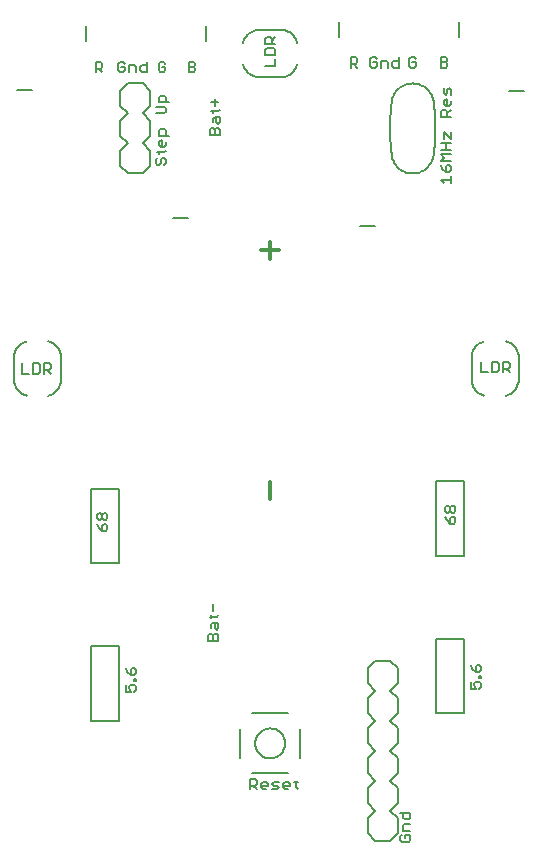
<source format=gto>
G75*
%MOIN*%
%OFA0B0*%
%FSLAX24Y24*%
%IPPOS*%
%LPD*%
%AMOC8*
5,1,8,0,0,1.08239X$1,22.5*
%
%ADD10C,0.0060*%
%ADD11C,0.0080*%
%ADD12C,0.0120*%
D10*
X004670Y008520D02*
X004840Y008520D01*
X004783Y008633D01*
X004783Y008690D01*
X004840Y008747D01*
X004953Y008747D01*
X005010Y008690D01*
X005010Y008577D01*
X004953Y008520D01*
X004670Y008520D02*
X004670Y008747D01*
X004953Y008888D02*
X004953Y008945D01*
X005010Y008945D01*
X005010Y008888D01*
X004953Y008888D01*
X004953Y009072D02*
X005010Y009129D01*
X005010Y009243D01*
X004953Y009299D01*
X004897Y009299D01*
X004840Y009243D01*
X004840Y009072D01*
X004953Y009072D01*
X004840Y009072D02*
X004726Y009186D01*
X004670Y009299D01*
X007420Y010220D02*
X007420Y010390D01*
X007476Y010447D01*
X007533Y010447D01*
X007590Y010390D01*
X007590Y010220D01*
X007760Y010220D02*
X007760Y010390D01*
X007703Y010447D01*
X007647Y010447D01*
X007590Y010390D01*
X007703Y010588D02*
X007647Y010645D01*
X007647Y010815D01*
X007590Y010815D02*
X007760Y010815D01*
X007760Y010645D01*
X007703Y010588D01*
X007533Y010645D02*
X007533Y010758D01*
X007590Y010815D01*
X007533Y010957D02*
X007533Y011070D01*
X007476Y011013D02*
X007703Y011013D01*
X007760Y011070D01*
X007590Y011202D02*
X007590Y011429D01*
X007760Y010220D02*
X007420Y010220D01*
X008820Y005610D02*
X008990Y005610D01*
X009047Y005554D01*
X009047Y005440D01*
X008990Y005383D01*
X008820Y005383D01*
X008820Y005270D02*
X008820Y005610D01*
X008933Y005383D02*
X009047Y005270D01*
X009188Y005327D02*
X009188Y005440D01*
X009245Y005497D01*
X009358Y005497D01*
X009415Y005440D01*
X009415Y005383D01*
X009188Y005383D01*
X009188Y005327D02*
X009245Y005270D01*
X009358Y005270D01*
X009557Y005270D02*
X009727Y005270D01*
X009783Y005327D01*
X009727Y005383D01*
X009613Y005383D01*
X009557Y005440D01*
X009613Y005497D01*
X009783Y005497D01*
X009925Y005440D02*
X009982Y005497D01*
X010095Y005497D01*
X010152Y005440D01*
X010152Y005383D01*
X009925Y005383D01*
X009925Y005327D02*
X009925Y005440D01*
X009925Y005327D02*
X009982Y005270D01*
X010095Y005270D01*
X010293Y005497D02*
X010407Y005497D01*
X010350Y005554D02*
X010350Y005327D01*
X010407Y005270D01*
X013820Y004483D02*
X014160Y004483D01*
X014160Y004313D01*
X014103Y004257D01*
X013990Y004257D01*
X013933Y004313D01*
X013933Y004483D01*
X013990Y004115D02*
X014160Y004115D01*
X013990Y004115D02*
X013933Y004058D01*
X013933Y003888D01*
X014160Y003888D01*
X014103Y003747D02*
X013990Y003747D01*
X013990Y003633D01*
X014103Y003520D02*
X013876Y003520D01*
X013820Y003577D01*
X013820Y003690D01*
X013876Y003747D01*
X014103Y003747D02*
X014160Y003690D01*
X014160Y003577D01*
X014103Y003520D01*
X016170Y008620D02*
X016340Y008620D01*
X016283Y008733D01*
X016283Y008790D01*
X016340Y008847D01*
X016453Y008847D01*
X016510Y008790D01*
X016510Y008677D01*
X016453Y008620D01*
X016170Y008620D02*
X016170Y008847D01*
X016453Y008988D02*
X016453Y009045D01*
X016510Y009045D01*
X016510Y008988D01*
X016453Y008988D01*
X016453Y009172D02*
X016510Y009229D01*
X016510Y009343D01*
X016453Y009399D01*
X016397Y009399D01*
X016340Y009343D01*
X016340Y009172D01*
X016453Y009172D01*
X016340Y009172D02*
X016226Y009286D01*
X016170Y009399D01*
X015603Y014120D02*
X015660Y014177D01*
X015660Y014290D01*
X015603Y014347D01*
X015547Y014347D01*
X015490Y014290D01*
X015490Y014120D01*
X015603Y014120D01*
X015490Y014120D02*
X015376Y014233D01*
X015320Y014347D01*
X015376Y014488D02*
X015433Y014488D01*
X015490Y014545D01*
X015490Y014658D01*
X015547Y014715D01*
X015603Y014715D01*
X015660Y014658D01*
X015660Y014545D01*
X015603Y014488D01*
X015547Y014488D01*
X015490Y014545D01*
X015490Y014658D02*
X015433Y014715D01*
X015376Y014715D01*
X015320Y014658D01*
X015320Y014545D01*
X015376Y014488D01*
X016515Y019170D02*
X016742Y019170D01*
X016883Y019170D02*
X016883Y019510D01*
X017054Y019510D01*
X017110Y019454D01*
X017110Y019227D01*
X017054Y019170D01*
X016883Y019170D01*
X017252Y019170D02*
X017252Y019510D01*
X017422Y019510D01*
X017479Y019454D01*
X017479Y019340D01*
X017422Y019283D01*
X017252Y019283D01*
X017365Y019283D02*
X017479Y019170D01*
X016515Y019170D02*
X016515Y019510D01*
X015510Y025470D02*
X015510Y025697D01*
X015510Y025583D02*
X015170Y025583D01*
X015283Y025470D01*
X015340Y025838D02*
X015340Y026008D01*
X015397Y026065D01*
X015453Y026065D01*
X015510Y026008D01*
X015510Y025895D01*
X015453Y025838D01*
X015340Y025838D01*
X015226Y025952D01*
X015170Y026065D01*
X015170Y026207D02*
X015283Y026320D01*
X015170Y026433D01*
X015510Y026433D01*
X015510Y026575D02*
X015170Y026575D01*
X015340Y026575D02*
X015340Y026802D01*
X015283Y026943D02*
X015283Y027170D01*
X015510Y026943D01*
X015510Y027170D01*
X015510Y026802D02*
X015170Y026802D01*
X015170Y026207D02*
X015510Y026207D01*
X015510Y027680D02*
X015170Y027680D01*
X015170Y027850D01*
X015226Y027907D01*
X015340Y027907D01*
X015397Y027850D01*
X015397Y027680D01*
X015397Y027793D02*
X015510Y027907D01*
X015453Y028048D02*
X015510Y028105D01*
X015510Y028218D01*
X015397Y028275D02*
X015397Y028048D01*
X015453Y028048D02*
X015340Y028048D01*
X015283Y028105D01*
X015283Y028218D01*
X015340Y028275D01*
X015397Y028275D01*
X015340Y028417D02*
X015283Y028473D01*
X015283Y028643D01*
X015397Y028587D02*
X015397Y028473D01*
X015340Y028417D01*
X015510Y028417D02*
X015510Y028587D01*
X015453Y028643D01*
X015397Y028587D01*
X015340Y029320D02*
X015170Y029320D01*
X015170Y029660D01*
X015340Y029660D01*
X015397Y029604D01*
X015397Y029547D01*
X015340Y029490D01*
X015170Y029490D01*
X015340Y029490D02*
X015397Y029433D01*
X015397Y029377D01*
X015340Y029320D01*
X014347Y029377D02*
X014347Y029490D01*
X014233Y029490D01*
X014120Y029377D02*
X014120Y029604D01*
X014177Y029660D01*
X014290Y029660D01*
X014347Y029604D01*
X014347Y029377D02*
X014290Y029320D01*
X014177Y029320D01*
X014120Y029377D01*
X013783Y029320D02*
X013613Y029320D01*
X013557Y029377D01*
X013557Y029490D01*
X013613Y029547D01*
X013783Y029547D01*
X013783Y029660D02*
X013783Y029320D01*
X013415Y029320D02*
X013415Y029490D01*
X013358Y029547D01*
X013188Y029547D01*
X013188Y029320D01*
X013047Y029377D02*
X013047Y029490D01*
X012933Y029490D01*
X012820Y029377D02*
X012877Y029320D01*
X012990Y029320D01*
X013047Y029377D01*
X013047Y029604D02*
X012990Y029660D01*
X012877Y029660D01*
X012820Y029604D01*
X012820Y029377D01*
X012397Y029320D02*
X012283Y029433D01*
X012340Y029433D02*
X012170Y029433D01*
X012170Y029320D02*
X012170Y029660D01*
X012340Y029660D01*
X012397Y029604D01*
X012397Y029490D01*
X012340Y029433D01*
X009660Y029370D02*
X009660Y029597D01*
X009660Y029738D02*
X009660Y029908D01*
X009603Y029965D01*
X009376Y029965D01*
X009320Y029908D01*
X009320Y029738D01*
X009660Y029738D01*
X009660Y029370D02*
X009320Y029370D01*
X009320Y030107D02*
X009320Y030277D01*
X009376Y030333D01*
X009490Y030333D01*
X009547Y030277D01*
X009547Y030107D01*
X009660Y030107D02*
X009320Y030107D01*
X009547Y030220D02*
X009660Y030333D01*
X007753Y028166D02*
X007526Y028166D01*
X007640Y028279D02*
X007640Y028052D01*
X007583Y027920D02*
X007583Y027807D01*
X007526Y027863D02*
X007753Y027863D01*
X007810Y027920D01*
X007810Y027665D02*
X007640Y027665D01*
X007583Y027608D01*
X007583Y027495D01*
X007697Y027495D02*
X007697Y027665D01*
X007810Y027665D02*
X007810Y027495D01*
X007753Y027438D01*
X007697Y027495D01*
X007697Y027297D02*
X007753Y027297D01*
X007810Y027240D01*
X007810Y027070D01*
X007470Y027070D01*
X007470Y027240D01*
X007526Y027297D01*
X007583Y027297D01*
X007640Y027240D01*
X007640Y027070D01*
X007640Y027240D02*
X007697Y027297D01*
X006940Y029170D02*
X006770Y029170D01*
X006770Y029510D01*
X006940Y029510D01*
X006997Y029454D01*
X006997Y029397D01*
X006940Y029340D01*
X006770Y029340D01*
X006940Y029340D02*
X006997Y029283D01*
X006997Y029227D01*
X006940Y029170D01*
X005997Y029227D02*
X005997Y029340D01*
X005883Y029340D01*
X005770Y029227D02*
X005827Y029170D01*
X005940Y029170D01*
X005997Y029227D01*
X005997Y029454D02*
X005940Y029510D01*
X005827Y029510D01*
X005770Y029454D01*
X005770Y029227D01*
X005383Y029170D02*
X005213Y029170D01*
X005157Y029227D01*
X005157Y029340D01*
X005213Y029397D01*
X005383Y029397D01*
X005383Y029510D02*
X005383Y029170D01*
X005015Y029170D02*
X005015Y029340D01*
X004958Y029397D01*
X004788Y029397D01*
X004788Y029170D01*
X004647Y029227D02*
X004647Y029340D01*
X004533Y029340D01*
X004420Y029227D02*
X004477Y029170D01*
X004590Y029170D01*
X004647Y029227D01*
X004647Y029454D02*
X004590Y029510D01*
X004477Y029510D01*
X004420Y029454D01*
X004420Y029227D01*
X003897Y029170D02*
X003783Y029283D01*
X003840Y029283D02*
X003670Y029283D01*
X003670Y029170D02*
X003670Y029510D01*
X003840Y029510D01*
X003897Y029454D01*
X003897Y029340D01*
X003840Y029283D01*
X005670Y028016D02*
X005953Y028016D01*
X006010Y027959D01*
X006010Y027846D01*
X005953Y027789D01*
X005670Y027789D01*
X005783Y028157D02*
X005783Y028327D01*
X005840Y028384D01*
X005953Y028384D01*
X006010Y028327D01*
X006010Y028157D01*
X006123Y028157D02*
X005783Y028157D01*
X005840Y027279D02*
X005953Y027279D01*
X006010Y027222D01*
X006010Y027052D01*
X006123Y027052D02*
X005783Y027052D01*
X005783Y027222D01*
X005840Y027279D01*
X005840Y026911D02*
X005897Y026911D01*
X005897Y026684D01*
X005953Y026684D02*
X005840Y026684D01*
X005783Y026741D01*
X005783Y026854D01*
X005840Y026911D01*
X006010Y026854D02*
X006010Y026741D01*
X005953Y026684D01*
X006010Y026552D02*
X005953Y026495D01*
X005726Y026495D01*
X005783Y026438D02*
X005783Y026552D01*
X005726Y026297D02*
X005670Y026240D01*
X005670Y026127D01*
X005726Y026070D01*
X005783Y026070D01*
X005840Y026127D01*
X005840Y026240D01*
X005897Y026297D01*
X005953Y026297D01*
X006010Y026240D01*
X006010Y026127D01*
X005953Y026070D01*
X002122Y019460D02*
X002179Y019404D01*
X002179Y019290D01*
X002122Y019233D01*
X001952Y019233D01*
X001952Y019120D02*
X001952Y019460D01*
X002122Y019460D01*
X002065Y019233D02*
X002179Y019120D01*
X001810Y019177D02*
X001810Y019404D01*
X001754Y019460D01*
X001583Y019460D01*
X001583Y019120D01*
X001754Y019120D01*
X001810Y019177D01*
X001442Y019120D02*
X001215Y019120D01*
X001215Y019460D01*
X003776Y014465D02*
X003720Y014408D01*
X003720Y014295D01*
X003776Y014238D01*
X003833Y014238D01*
X003890Y014295D01*
X003890Y014408D01*
X003947Y014465D01*
X004003Y014465D01*
X004060Y014408D01*
X004060Y014295D01*
X004003Y014238D01*
X003947Y014238D01*
X003890Y014295D01*
X003890Y014408D02*
X003833Y014465D01*
X003776Y014465D01*
X003720Y014097D02*
X003776Y013983D01*
X003890Y013870D01*
X003890Y014040D01*
X003947Y014097D01*
X004003Y014097D01*
X004060Y014040D01*
X004060Y013927D01*
X004003Y013870D01*
X003890Y013870D01*
D11*
X003518Y010030D02*
X003518Y007550D01*
X004462Y007550D01*
X004462Y010030D01*
X003518Y010030D01*
X003518Y012800D02*
X003518Y015280D01*
X004462Y015280D01*
X004462Y012800D01*
X003518Y012800D01*
X002527Y018896D02*
X002527Y019684D01*
X002522Y019728D01*
X002513Y019772D01*
X002502Y019816D01*
X002486Y019858D01*
X002468Y019899D01*
X002446Y019938D01*
X002422Y019975D01*
X002394Y020011D01*
X002364Y020044D01*
X002331Y020074D01*
X002296Y020102D01*
X002259Y020127D01*
X002220Y020149D01*
X002179Y020168D01*
X002137Y020183D01*
X002094Y020195D01*
X001386Y020195D02*
X001343Y020183D01*
X001301Y020168D01*
X001260Y020149D01*
X001221Y020127D01*
X001184Y020102D01*
X001149Y020074D01*
X001116Y020044D01*
X001086Y020011D01*
X001058Y019975D01*
X001034Y019938D01*
X001012Y019899D01*
X000994Y019858D01*
X000978Y019816D01*
X000967Y019772D01*
X000958Y019728D01*
X000953Y019684D01*
X000953Y018896D01*
X000958Y018852D01*
X000967Y018808D01*
X000978Y018764D01*
X000994Y018722D01*
X001012Y018681D01*
X001034Y018642D01*
X001058Y018605D01*
X001086Y018569D01*
X001116Y018536D01*
X001149Y018506D01*
X001184Y018478D01*
X001221Y018453D01*
X001260Y018431D01*
X001301Y018412D01*
X001343Y018397D01*
X001386Y018385D01*
X002094Y018385D02*
X002137Y018397D01*
X002179Y018412D01*
X002220Y018431D01*
X002259Y018453D01*
X002296Y018478D01*
X002331Y018506D01*
X002364Y018536D01*
X002394Y018569D01*
X002422Y018605D01*
X002446Y018642D01*
X002468Y018681D01*
X002486Y018722D01*
X002502Y018764D01*
X002513Y018808D01*
X002522Y018852D01*
X002527Y018896D01*
X006240Y024290D02*
X006740Y024290D01*
X005240Y025790D02*
X005490Y026040D01*
X005490Y026540D01*
X005240Y026790D01*
X005490Y027040D01*
X005490Y027540D01*
X005240Y027790D01*
X005490Y028040D01*
X005490Y028540D01*
X005240Y028790D01*
X004740Y028790D01*
X004490Y028540D01*
X004490Y028040D01*
X004740Y027790D01*
X004490Y027540D01*
X004490Y027040D01*
X004740Y026790D01*
X004490Y026540D01*
X004490Y026040D01*
X004740Y025790D01*
X005240Y025790D01*
X014940Y026390D02*
X014958Y026569D01*
X014972Y026749D01*
X014982Y026929D01*
X014988Y027110D01*
X014990Y027290D01*
X014988Y027470D01*
X014982Y027651D01*
X014972Y027831D01*
X014958Y028011D01*
X014940Y028190D01*
X014930Y028242D01*
X014916Y028293D01*
X014898Y028343D01*
X014877Y028391D01*
X014852Y028438D01*
X014824Y028482D01*
X014792Y028525D01*
X014758Y028565D01*
X014720Y028602D01*
X014680Y028636D01*
X014638Y028668D01*
X014593Y028696D01*
X014546Y028720D01*
X014498Y028741D01*
X014448Y028759D01*
X014397Y028772D01*
X014345Y028782D01*
X014293Y028788D01*
X014240Y028790D01*
X014187Y028788D01*
X014135Y028782D01*
X014083Y028772D01*
X014032Y028759D01*
X013982Y028741D01*
X013934Y028720D01*
X013887Y028696D01*
X013842Y028668D01*
X013800Y028636D01*
X013760Y028602D01*
X013722Y028565D01*
X013688Y028525D01*
X013656Y028482D01*
X013628Y028438D01*
X013603Y028391D01*
X013582Y028343D01*
X013564Y028293D01*
X013550Y028242D01*
X013540Y028190D01*
X013540Y026390D02*
X013550Y026338D01*
X013564Y026287D01*
X013582Y026237D01*
X013603Y026189D01*
X013628Y026142D01*
X013656Y026098D01*
X013688Y026055D01*
X013722Y026015D01*
X013760Y025978D01*
X013800Y025944D01*
X013842Y025912D01*
X013887Y025884D01*
X013934Y025860D01*
X013982Y025839D01*
X014032Y025821D01*
X014083Y025808D01*
X014135Y025798D01*
X014187Y025792D01*
X014240Y025790D01*
X014293Y025792D01*
X014345Y025798D01*
X014397Y025808D01*
X014448Y025821D01*
X014498Y025839D01*
X014546Y025860D01*
X014593Y025884D01*
X014638Y025912D01*
X014680Y025944D01*
X014720Y025978D01*
X014758Y026015D01*
X014792Y026055D01*
X014824Y026098D01*
X014852Y026142D01*
X014877Y026189D01*
X014898Y026237D01*
X014916Y026287D01*
X014930Y026338D01*
X014940Y026390D01*
X012990Y024040D02*
X012490Y024040D01*
X009884Y029003D02*
X009096Y029003D01*
X009052Y029008D01*
X009008Y029017D01*
X008964Y029028D01*
X008922Y029044D01*
X008881Y029062D01*
X008842Y029084D01*
X008805Y029108D01*
X008769Y029136D01*
X008736Y029166D01*
X008706Y029199D01*
X008678Y029234D01*
X008653Y029271D01*
X008631Y029310D01*
X008612Y029351D01*
X008597Y029393D01*
X008585Y029436D01*
X008585Y030144D02*
X008597Y030187D01*
X008612Y030229D01*
X008631Y030270D01*
X008653Y030309D01*
X008678Y030346D01*
X008706Y030381D01*
X008736Y030414D01*
X008769Y030444D01*
X008805Y030472D01*
X008842Y030496D01*
X008881Y030518D01*
X008922Y030536D01*
X008964Y030552D01*
X009008Y030563D01*
X009052Y030572D01*
X009096Y030577D01*
X009884Y030577D01*
X009928Y030572D01*
X009972Y030563D01*
X010016Y030552D01*
X010058Y030536D01*
X010099Y030518D01*
X010138Y030496D01*
X010175Y030472D01*
X010211Y030444D01*
X010244Y030414D01*
X010274Y030381D01*
X010302Y030346D01*
X010327Y030309D01*
X010349Y030270D01*
X010368Y030229D01*
X010383Y030187D01*
X010395Y030144D01*
X010395Y029436D02*
X010383Y029393D01*
X010368Y029351D01*
X010349Y029310D01*
X010327Y029271D01*
X010302Y029234D01*
X010274Y029199D01*
X010244Y029166D01*
X010211Y029136D01*
X010175Y029108D01*
X010138Y029084D01*
X010099Y029062D01*
X010058Y029044D01*
X010016Y029028D01*
X009972Y029017D01*
X009928Y029008D01*
X009884Y029003D01*
X011780Y030350D02*
X011780Y030850D01*
X015780Y030850D02*
X015780Y030350D01*
X017440Y028550D02*
X017940Y028550D01*
X013540Y028190D02*
X013522Y028011D01*
X013508Y027831D01*
X013498Y027651D01*
X013492Y027470D01*
X013490Y027290D01*
X013492Y027110D01*
X013498Y026929D01*
X013508Y026749D01*
X013522Y026569D01*
X013540Y026390D01*
X016203Y019684D02*
X016203Y018896D01*
X016208Y018852D01*
X016217Y018808D01*
X016228Y018764D01*
X016244Y018722D01*
X016262Y018681D01*
X016284Y018642D01*
X016308Y018605D01*
X016336Y018569D01*
X016366Y018536D01*
X016399Y018506D01*
X016434Y018478D01*
X016471Y018453D01*
X016510Y018431D01*
X016551Y018412D01*
X016593Y018397D01*
X016636Y018385D01*
X017344Y018385D02*
X017387Y018397D01*
X017429Y018412D01*
X017470Y018431D01*
X017509Y018453D01*
X017546Y018478D01*
X017581Y018506D01*
X017614Y018536D01*
X017644Y018569D01*
X017672Y018605D01*
X017696Y018642D01*
X017718Y018681D01*
X017736Y018722D01*
X017752Y018764D01*
X017763Y018808D01*
X017772Y018852D01*
X017777Y018896D01*
X017777Y019684D01*
X017772Y019728D01*
X017763Y019772D01*
X017752Y019816D01*
X017736Y019858D01*
X017718Y019899D01*
X017696Y019938D01*
X017672Y019975D01*
X017644Y020011D01*
X017614Y020044D01*
X017581Y020074D01*
X017546Y020102D01*
X017509Y020127D01*
X017470Y020149D01*
X017429Y020168D01*
X017387Y020183D01*
X017344Y020195D01*
X016636Y020195D02*
X016593Y020183D01*
X016551Y020168D01*
X016510Y020149D01*
X016471Y020127D01*
X016434Y020102D01*
X016399Y020074D01*
X016366Y020044D01*
X016336Y020011D01*
X016308Y019975D01*
X016284Y019938D01*
X016262Y019899D01*
X016244Y019858D01*
X016228Y019816D01*
X016217Y019772D01*
X016208Y019728D01*
X016203Y019684D01*
X015962Y015530D02*
X015018Y015530D01*
X015018Y013050D01*
X015962Y013050D01*
X015962Y015530D01*
X015962Y010280D02*
X015018Y010280D01*
X015018Y007800D01*
X015962Y007800D01*
X015962Y010280D01*
X013740Y009290D02*
X013740Y008790D01*
X013490Y008540D01*
X013740Y008290D01*
X013740Y007790D01*
X013490Y007540D01*
X013740Y007290D01*
X013740Y006790D01*
X013490Y006540D01*
X013740Y006290D01*
X013740Y005790D01*
X013490Y005540D01*
X013740Y005290D01*
X013740Y004790D01*
X013490Y004540D01*
X013740Y004290D01*
X013740Y003790D01*
X013490Y003540D01*
X012990Y003540D01*
X012740Y003790D01*
X012740Y004290D01*
X012990Y004540D01*
X012740Y004790D01*
X012740Y005290D01*
X012990Y005540D01*
X012740Y005790D01*
X012740Y006290D01*
X012990Y006540D01*
X012740Y006790D01*
X012740Y007290D01*
X012990Y007540D01*
X012740Y007790D01*
X012740Y008290D01*
X012990Y008540D01*
X012740Y008790D01*
X012740Y009290D01*
X012990Y009540D01*
X013490Y009540D01*
X013740Y009290D01*
X010490Y007278D02*
X010490Y006290D01*
X010096Y005790D02*
X008884Y005790D01*
X008490Y006302D02*
X008490Y007278D01*
X008884Y007790D02*
X010096Y007790D01*
X008990Y006790D02*
X008992Y006834D01*
X008998Y006878D01*
X009008Y006921D01*
X009021Y006963D01*
X009038Y007004D01*
X009059Y007043D01*
X009083Y007080D01*
X009110Y007115D01*
X009140Y007147D01*
X009173Y007177D01*
X009209Y007203D01*
X009246Y007227D01*
X009286Y007246D01*
X009327Y007263D01*
X009370Y007275D01*
X009413Y007284D01*
X009457Y007289D01*
X009501Y007290D01*
X009545Y007287D01*
X009589Y007280D01*
X009632Y007269D01*
X009674Y007255D01*
X009714Y007237D01*
X009753Y007215D01*
X009789Y007191D01*
X009823Y007163D01*
X009855Y007132D01*
X009884Y007098D01*
X009910Y007062D01*
X009932Y007024D01*
X009951Y006984D01*
X009966Y006942D01*
X009978Y006900D01*
X009986Y006856D01*
X009990Y006812D01*
X009990Y006768D01*
X009986Y006724D01*
X009978Y006680D01*
X009966Y006638D01*
X009951Y006596D01*
X009932Y006556D01*
X009910Y006518D01*
X009884Y006482D01*
X009855Y006448D01*
X009823Y006417D01*
X009789Y006389D01*
X009753Y006365D01*
X009714Y006343D01*
X009674Y006325D01*
X009632Y006311D01*
X009589Y006300D01*
X009545Y006293D01*
X009501Y006290D01*
X009457Y006291D01*
X009413Y006296D01*
X009370Y006305D01*
X009327Y006317D01*
X009286Y006334D01*
X009246Y006353D01*
X009209Y006377D01*
X009173Y006403D01*
X009140Y006433D01*
X009110Y006465D01*
X009083Y006500D01*
X009059Y006537D01*
X009038Y006576D01*
X009021Y006617D01*
X009008Y006659D01*
X008998Y006702D01*
X008992Y006746D01*
X008990Y006790D01*
X001540Y028580D02*
X001040Y028580D01*
X003340Y030200D02*
X003340Y030700D01*
X007340Y030700D02*
X007340Y030200D01*
D12*
X009490Y023516D02*
X009490Y022929D01*
X009196Y023223D02*
X009783Y023223D01*
X009490Y015516D02*
X009490Y014929D01*
M02*

</source>
